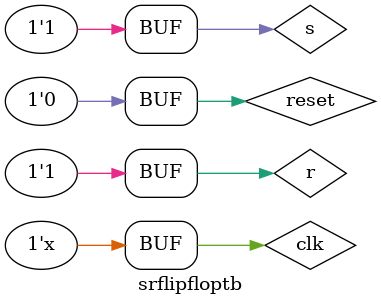
<source format=v>
`timescale 1ns / 1ps


module srflipfloptb;

	// Inputs
	reg clk;
	reg reset;
	reg s;
	reg r;

	// Outputs
	wire q;

	// Instantiate the Unit Under Test (UUT)
	srflipflop uut (
		.clk(clk), 
		.reset(reset), 
		.s(s), 
		.r(r), 
		.q(q)
	);
initial begin
   $monitor("time=%g,clk=%b,reset=%b,s=%b,r=%b,q=%b",$time,clk,reset,s,r,q);
	end
	initial begin
		// Initialize Inputs
		clk = 0;
		reset = 1;
		// Wait 100 ns for global reset to finish
		#100;reset = 0;
		s = 0;
		r = 0;
      #100;
		s = 0;
		r = 1;  
		  #100;
		s = 1;
		r = 0;  
		  #100;
		s = 1;
		r = 1;  
		// Add stimulus here

	end
      always
		   #50 clk=~clk;
endmodule


</source>
